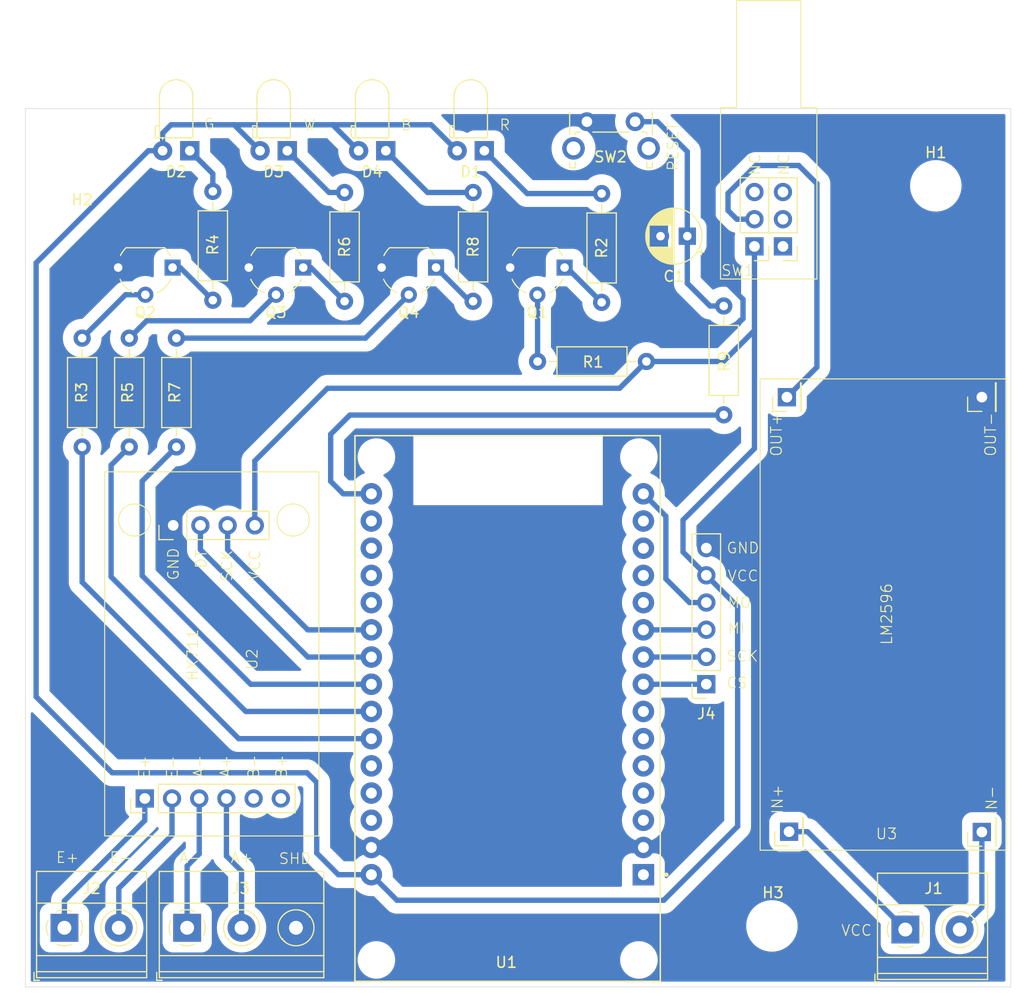
<source format=kicad_pcb>
(kicad_pcb (version 20240108) (generator "pcbnew") (generator_version "8.0")
  (layers (0 "F.Cu" signal) (31 "B.Cu" signal) (37 "F.SilkS" user "F.Silkscreen") (38 "B.Mask" user) (39 "F.Mask" user) (44 "Edge.Cuts" user))
  (net 0 "")
  (net 1 "GND")
  (net 2 "Net-(C1-Pad1)")
  (net 3 "VCC")
  (net 4 "Net-(D1-K)")
  (net 5 "Net-(D2-K)")
  (net 6 "Net-(D3-K)")
  (net 7 "Net-(D4-K)")
  (net 8 "Net-(J1-Pin_1)")
  (net 9 "Net-(J1-Pin_2)")
  (net 10 "Net-(J2-Pin_1)")
  (net 11 "Net-(J2-Pin_2)")
  (net 12 "Net-(J3-Pin_2)")
  (net 13 "Net-(J3-Pin_1)")
  (net 14 "SPI_SCK")
  (net 15 "SPI_CS")
  (net 16 "SPI_MISO")
  (net 17 "SPI_MOSI")
  (net 18 "Net-(Q1-C)")
  (net 19 "Net-(Q1-B)")
  (net 20 "Net-(Q2-B)")
  (net 21 "Net-(Q2-C)")
  (net 22 "Net-(Q3-C)")
  (net 23 "Net-(Q3-B)")
  (net 24 "Net-(Q4-C)")
  (net 25 "Net-(Q4-B)")
  (net 27 "LED_CONNECTED")
  (net 28 "LED_CALIBRATE")
  (net 29 "LED_READING")
  (net 30 "Net-(U1-EN)")
  (net 32 "CELL_DOUT")
  (net 33 "CELL_SCK")
  (net 51 "Net-(SW1A-B)")
  (footprint "Resistor_THT:R_Axial_DIN0207_L6.3mm_D2.5mm_P10.16mm_Horizontal" (layer "F.Cu") (at 139.8 56.32 -90)
    (property "Reference" "R6" (at 5.08 0 90) (layer "F.SilkS"))
    (property "Value" "330R")
    (pad "1" thru_hole circle (at 0 0 270) (size 1.6 1.6) (drill 0.8) (layers "*.Cu" "*.Mask") (net 6 "Net-(D3-K)"))
    (pad "2" thru_hole oval (at 10.16 0 270) (size 1.6 1.6) (drill 0.8) (layers "*.Cu" "*.Mask") (net 22 "Net-(Q3-C)"))
  )
  (footprint "MountingHole:MountingHole_4.3mm_M4" (layer "F.Cu") (at 179.7 124.8)
    (property "Reference" "H3" (at 0.1 -3.1 0) (layer "F.SilkS"))
    (property "Value" "MountingHole")
    (pad "" np_thru_hole circle (at 0 0) (size 4.3 4.3) (drill 4.3) (layers "*.Cu" "*.Mask"))
  )
  (footprint "Connector_PinSocket_2.54mm:PinSocket_1x06_P2.54mm_Vertical" (layer "F.Cu") (at 173.575 102.225 180)
    (property "Reference" "J4" (at 0 -2.77 180) (layer "F.SilkS"))
    (property "Value" "Conn_01x06_Pin")
    (pad "1" thru_hole rect (at 0 0 180) (size 1.7 1.7) (drill 1) (layers "*.Cu" "*.Mask") (net 15 "SPI_CS"))
    (pad "2" thru_hole oval (at 0 2.54 180) (size 1.7 1.7) (drill 1) (layers "*.Cu" "*.Mask") (net 14 "SPI_SCK"))
    (pad "3" thru_hole oval (at 0 5.08 180) (size 1.7 1.7) (drill 1) (layers "*.Cu" "*.Mask") (net 16 "SPI_MISO"))
    (pad "4" thru_hole oval (at 0 7.62 180) (size 1.7 1.7) (drill 1) (layers "*.Cu" "*.Mask") (net 17 "SPI_MOSI"))
    (pad "5" thru_hole oval (at 0 10.16 180) (size 1.7 1.7) (drill 1) (layers "*.Cu" "*.Mask") (net 3 "VCC"))
    (pad "6" thru_hole oval (at 0 12.7 180) (size 1.7 1.7) (drill 1) (layers "*.Cu" "*.Mask") (net 1 "GND"))
  )
  (footprint "LM2596_module:LM2596_module" (layer "F.Cu") (at 201.6 117.73 90)
    (property "Reference" "U3" (at 1.53 -11.2 0) (layer "F.SilkS") (effects (font (thickness 0.1))))
    (property "Value" "~")
    (fp_text user "OUT+" (at 36.7 -20.9 90) (layer "F.SilkS") (effects (font (thickness 0.1)) (justify left bottom)))
    (fp_text user "OUT-" (at 36.7 -0.9 90) (layer "F.SilkS") (effects (font (thickness 0.1)) (justify left bottom)))
    (fp_text user "IN+" (at 3.3 -20.8 90) (layer "F.SilkS") (effects (font (thickness 0.1)) (justify left bottom)))
    (fp_text user "IN-" (at 3.2 -0.8 90) (layer "F.SilkS") (effects (font (thickness 0.1)) (justify left bottom)))
    (fp_text user "LM2596" (at 19.1 -10.6 90) (layer "F.SilkS") (effects (font (thickness 0.1)) (justify left bottom)))
    (pad "1" thru_hole rect (at 1.73 -20.3 90) (size 1.7 1.7) (drill 1) (layers "*.Cu" "*.Mask") (net 8 "Net-(J1-Pin_1)"))
    (pad "2" thru_hole rect (at 1.7 -2.3 90) (size 1.7 1.7) (drill 1) (layers "*.Cu" "*.Mask") (net 9 "Net-(J1-Pin_2)"))
    (pad "3" thru_hole rect (at 42.3 -20.5 90) (size 1.7 1.7) (drill 1) (layers "*.Cu" "*.Mask") (net 51 "Net-(SW1A-B)"))
    (pad "4" thru_hole rect (at 42.3 -2.3 90) (size 1.7 1.7) (drill 1) (layers "*.Cu" "*.Mask") (net 1 "GND"))
  )
  (footprint "Package_TO_SOT_THT:TO-92_Wide" (layer "F.Cu") (at 160.34 63.33 180)
    (property "Reference" "Q1" (at 2.55 -4.19 180) (layer "F.SilkS"))
    (property "Value" "BC548")
    (pad "1" thru_hole rect (at 0 0 180) (size 1.5 1.5) (drill 0.8) (layers "*.Cu" "*.Mask") (net 18 "Net-(Q1-C)"))
    (pad "2" thru_hole circle (at 2.54 -2.54 180) (size 1.5 1.5) (drill 0.8) (layers "*.Cu" "*.Mask") (net 19 "Net-(Q1-B)"))
    (pad "3" thru_hole circle (at 5.08 0 180) (size 1.5 1.5) (drill 0.8) (layers "*.Cu" "*.Mask") (net 1 "GND"))
  )
  (footprint "Button_Switch_THT:SW_Tactile_SPST_Angled_PTS645Vx39-2LFS" (layer "F.Cu") (at 162.425 49.7125)
    (property "Reference" "SW2" (at 2.21 3.2875 0) (layer "F.SilkS"))
    (property "Value" "SW_Push")
    (pad "" thru_hole circle (at -1.25 2.49) (size 2.1 2.1) (drill 1.3) (layers "*.Cu" "*.Mask"))
    (pad "" thru_hole circle (at 5.76 2.49) (size 2.1 2.1) (drill 1.3) (layers "*.Cu" "*.Mask"))
    (pad "1" thru_hole circle (at 0 0) (size 1.75 1.75) (drill 0.99) (layers "*.Cu" "*.Mask") (net 1 "GND"))
    (pad "2" thru_hole circle (at 4.5 0) (size 1.75 1.75) (drill 0.99) (layers "*.Cu" "*.Mask") (net 2 "Net-(C1-Pad1)"))
  )
  (footprint "Resistor_THT:R_Axial_DIN0207_L6.3mm_D2.5mm_P10.16mm_Horizontal" (layer "F.Cu") (at 151.8 56.32 -90)
    (property "Reference" "R8" (at 5.08 0 90) (layer "F.SilkS"))
    (property "Value" "330R")
    (pad "1" thru_hole circle (at 0 0 270) (size 1.6 1.6) (drill 0.8) (layers "*.Cu" "*.Mask") (net 7 "Net-(D4-K)"))
    (pad "2" thru_hole oval (at 10.16 0 270) (size 1.6 1.6) (drill 0.8) (layers "*.Cu" "*.Mask") (net 24 "Net-(Q4-C)"))
  )
  (footprint "Package_TO_SOT_THT:TO-92_Wide" (layer "F.Cu") (at 148.34 63.33 180)
    (property "Reference" "Q4" (at 2.55 -4.19 180) (layer "F.SilkS"))
    (property "Value" "BC548")
    (pad "1" thru_hole rect (at 0 0 180) (size 1.5 1.5) (drill 0.8) (layers "*.Cu" "*.Mask") (net 24 "Net-(Q4-C)"))
    (pad "2" thru_hole circle (at 2.54 -2.54 180) (size 1.5 1.5) (drill 0.8) (layers "*.Cu" "*.Mask") (net 25 "Net-(Q4-B)"))
    (pad "3" thru_hole circle (at 5.08 0 180) (size 1.5 1.5) (drill 0.8) (layers "*.Cu" "*.Mask") (net 1 "GND"))
  )
  (footprint "MODULE_ESP32_DEVKIT_V1:MODULE_ESP32_DEVKIT_V1" (layer "F.Cu") (at 155 104.5 180)
    (property "Reference" "U1" (at 0.1 -23.7 180) (layer "F.SilkS"))
    (property "Value" "ESP32-DEVKIT-V1")
    (pad "" np_thru_hole circle (at -12.28 -23.475 180) (size 3 3) (drill 3) (layers "*.Cu" "*.Mask"))
    (pad "" np_thru_hole circle (at -12.28 23.475 180) (size 3 3) (drill 3) (layers "*.Cu" "*.Mask"))
    (pad "" np_thru_hole circle (at 12.23 -23.475 180) (size 3 3) (drill 3) (layers "*.Cu" "*.Mask"))
    (pad "" np_thru_hole circle (at 12.23 23.475 180) (size 3 3) (drill 3) (layers "*.Cu" "*.Mask"))
    (pad "1" thru_hole rect (at -12.7 -15.515 180) (size 2 2) (drill 1.02) (layers "*.Cu" "*.Mask"))
    (pad "2" thru_hole circle (at -12.7 -12.975 180) (size 2 2) (drill 1.02) (layers "*.Cu" "*.Mask") (net 1 "GND"))
    (pad "3" thru_hole circle (at -12.7 -10.435 180) (size 2 2) (drill 1.02) (layers "*.Cu" "*.Mask"))
    (pad "4" thru_hole circle (at -12.7 -7.895 180) (size 2 2) (drill 1.02) (layers "*.Cu" "*.Mask"))
    (pad "5" thru_hole circle (at -12.7 -5.355 180) (size 2 2) (drill 1.02) (layers "*.Cu" "*.Mask"))
    (pad "6" thru_hole circle (at -12.7 -2.815 180) (size 2 2) (drill 1.02) (layers "*.Cu" "*.Mask"))
    (pad "7" thru_hole circle (at -12.7 -0.275 180) (size 2 2) (drill 1.02) (layers "*.Cu" "*.Mask"))
    (pad "8" thru_hole circle (at -12.7 2.265 180) (size 2 2) (drill 1.02) (layers "*.Cu" "*.Mask") (net 15 "SPI_CS"))
    (pad "9" thru_hole circle (at -12.7 4.805 180) (size 2 2) (drill 1.02) (layers "*.Cu" "*.Mask") (net 14 "SPI_SCK"))
    (pad "10" thru_hole circle (at -12.7 7.345 180) (size 2 2) (drill 1.02) (layers "*.Cu" "*.Mask") (net 16 "SPI_MISO"))
    (pad "11" thru_hole circle (at -12.7 9.885 180) (size 2 2) (drill 1.02) (layers "*.Cu" "*.Mask"))
    (pad "12" thru_hole circle (at -12.7 12.425 180) (size 2 2) (drill 1.02) (layers "*.Cu" "*.Mask"))
    (pad "13" thru_hole circle (at -12.7 14.965 180) (size 2 2) (drill 1.02) (layers "*.Cu" "*.Mask"))
    (pad "14" thru_hole circle (at -12.7 17.505 180) (size 2 2) (drill 1.02) (layers "*.Cu" "*.Mask"))
    (pad "15" thru_hole circle (at -12.7 20.045 180) (size 2 2) (drill 1.02) (layers "*.Cu" "*.Mask") (net 17 "SPI_MOSI"))
    (pad "16" thru_hole circle (at 12.7 20.045 180) (size 2 2) (drill 1.02) (layers "*.Cu" "*.Mask") (net 30 "Net-(U1-EN)"))
    (pad "17" thru_hole circle (at 12.7 17.505 180) (size 2 2) (drill 1.02) (layers "*.Cu" "*.Mask"))
    (pad "18" thru_hole circle (at 12.7 14.965 180) (size 2 2) (drill 1.02) (layers "*.Cu" "*.Mask"))
    (pad "19" thru_hole circle (at 12.7 12.425 180) (size 2 2) (drill 1.02) (layers "*.Cu" "*.Mask"))
    (pad "20" thru_hole circle (at 12.7 9.885 180) (size 2 2) (drill 1.02) (layers "*.Cu" "*.Mask"))
    (pad "21" thru_hole circle (at 12.7 7.345 180) (size 2 2) (drill 1.02) (layers "*.Cu" "*.Mask") (net 33 "CELL_SCK"))
    (pad "22" thru_hole circle (at 12.7 4.805 180) (size 2 2) (drill 1.02) (layers "*.Cu" "*.Mask") (net 32 "CELL_DOUT"))
    (pad "23" thru_hole circle (at 12.7 2.265 180) (size 2 2) (drill 1.02) (layers "*.Cu" "*.Mask") (net 29 "LED_READING"))
    (pad "24" thru_hole circle (at 12.7 -0.275 180) (size 2 2) (drill 1.02) (layers "*.Cu" "*.Mask") (net 28 "LED_CALIBRATE"))
    (pad "25" thru_hole circle (at 12.7 -2.815 180) (size 2 2) (drill 1.02) (layers "*.Cu" "*.Mask") (net 27 "LED_CONNECTED"))
    (pad "26" thru_hole circle (at 12.7 -5.355 180) (size 2 2) (drill 1.02) (layers "*.Cu" "*.Mask"))
    (pad "27" thru_hole circle (at 12.7 -7.895 180) (size 2 2) (drill 1.02) (layers "*.Cu" "*.Mask"))
    (pad "28" thru_hole circle (at 12.7 -10.435 180) (size 2 2) (drill 1.02) (layers "*.Cu" "*.Mask"))
    (pad "29" thru_hole circle (at 12.7 -12.975 180) (size 2 2) (drill 1.02) (layers "*.Cu" "*.Mask") (net 1 "GND"))
    (pad "30" thru_hole circle (at 12.7 -15.515 180) (size 2 2) (drill 1.02) (layers "*.Cu" "*.Mask") (net 3 "VCC"))
    (zone (net 0) (net_name "") (layer "B.Cu") (connect_pads (clearance 0)) (min_thickness 0.01)
      (keepout (tracks not_allowed) (vias not_allowed) (pads not_allowed) (copperpour not_allowed) (footprints allowed))
      (fill (thermal_gap 0.508) (thermal_bridge_width 0.508))
      (polygon (pts (xy 163.91 85.515) (xy 146.22 85.515) (xy 146.22 79.025) (xy 163.91 79.025)))
    )
  )
  (footprint "Resistor_THT:R_Axial_DIN0207_L6.3mm_D2.5mm_P10.16mm_Horizontal" (layer "F.Cu") (at 115.3 80.08 90)
    (property "Reference" "R3" (at 5.08 -0.05 270) (layer "F.SilkS"))
    (property "Value" "10k")
    (pad "1" thru_hole circle (at 0 0 90) (size 1.6 1.6) (drill 0.8) (layers "*.Cu" "*.Mask") (net 27 "LED_CONNECTED"))
    (pad "2" thru_hole oval (at 10.16 0 90) (size 1.6 1.6) (drill 0.8) (layers "*.Cu" "*.Mask") (net 20 "Net-(Q2-B)"))
  )
  (footprint "TerminalBlock_Phoenix:TerminalBlock_Phoenix_MKDS-1,5-2-5.08_1x02_P5.08mm_Horizontal" (layer "F.Cu") (at 192.155 125.135)
    (property "Reference" "J1" (at 2.645 -3.835 0) (layer "F.SilkS"))
    (property "Value" "Screw_Terminal_01x02")
    (pad "1" thru_hole rect (at 0 0) (size 2.6 2.6) (drill 1.3) (layers "*.Cu" "*.Mask") (net 8 "Net-(J1-Pin_1)"))
    (pad "2" thru_hole circle (at 5.08 0) (size 2.6 2.6) (drill 1.3) (layers "*.Cu" "*.Mask") (net 9 "Net-(J1-Pin_2)"))
  )
  (footprint "Resistor_THT:R_Axial_DIN0207_L6.3mm_D2.5mm_P10.16mm_Horizontal" (layer "F.Cu") (at 119.7 80.08 90)
    (property "Reference" "R5" (at 5.08 -0.15 270) (layer "F.SilkS"))
    (property "Value" "10k")
    (pad "1" thru_hole circle (at 0 0 90) (size 1.6 1.6) (drill 0.8) (layers "*.Cu" "*.Mask") (net 28 "LED_CALIBRATE"))
    (pad "2" thru_hole oval (at 10.16 0 90) (size 1.6 1.6) (drill 0.8) (layers "*.Cu" "*.Mask") (net 23 "Net-(Q3-B)"))
  )
  (footprint "LED_THT:LED_D3.0mm_Horizontal_O1.27mm_Z2.0mm" (layer "F.Cu") (at 125.35 52.425 180)
    (property "Reference" "D2" (at 1.27 -1.96 180) (layer "F.SilkS"))
    (property "Value" "LED_GREEN")
    (pad "1" thru_hole rect (at 0 0 180) (size 1.8 1.8) (drill 0.9) (layers "*.Cu" "*.Mask") (net 5 "Net-(D2-K)"))
    (pad "2" thru_hole circle (at 2.54 0 180) (size 1.8 1.8) (drill 0.9) (layers "*.Cu" "*.Mask") (net 3 "VCC"))
  )
  (footprint "HX711_module:HX711_module" (layer "F.Cu") (at 137.4 116.4 90)
    (property "Reference" "U2" (at 16.5 -6.23 90) (layer "F.SilkS") (effects (font (thickness 0.1))))
    (property "Value" "~")
    (fp_text user "B-" (at 5.3 -5.5 90) (layer "F.SilkS") (effects (font (thickness 0.1)) (justify left bottom)))
    (fp_text user "VCC" (at 23.8 -5.4 90) (layer "F.SilkS") (effects (font (thickness 0.1)) (justify left bottom)))
    (fp_text user "GND" (at 23.8 -13 90) (layer "F.SilkS") (effects (font (thickness 0.1)) (justify left bottom)))
    (fp_text user "E-" (at 5.3 -13.1 90) (layer "F.SilkS") (effects (font (thickness 0.1)) (justify left bottom)))
    (fp_text user "A+" (at 5.4 -8.1 90) (layer "F.SilkS") (effects (font (thickness 0.1)) (justify left bottom)))
    (fp_text user "B+" (at 5.3 -2.9 90) (layer "F.SilkS") (effects (font (thickness 0.1)) (justify left bottom)))
    (fp_text user "SCK" (at 23.7 -8 90) (layer "F.SilkS") (effects (font (thickness 0.1)) (justify left bottom)))
    (fp_text user "A-" (at 5.4 -10.6 90) (layer "F.SilkS") (effects (font (thickness 0.1)) (justify left bottom)))
    (fp_text user "E+" (at 5.3 -15.7 90) (layer "F.SilkS") (effects (font (thickness 0.1)) (justify left bottom)))
    (fp_text user "DT" (at 24.9 -10.4 90) (layer "F.SilkS") (effects (font (thickness 0.1)) (justify left bottom)))
    (pad "1" thru_hole rect (at 3.5 -16.25 90) (size 1.7 1.7) (drill 1) (layers "*.Cu" "*.Mask") (net 10 "Net-(J2-Pin_1)"))
    (pad "2" thru_hole oval (at 3.5 -13.71 90) (size 1.7 1.7) (drill 1) (layers "*.Cu" "*.Mask") (net 11 "Net-(J2-Pin_2)"))
    (pad "3" thru_hole oval (at 3.5 -11.17 90) (size 1.7 1.7) (drill 1) (layers "*.Cu" "*.Mask") (net 13 "Net-(J3-Pin_1)"))
    (pad "4" thru_hole oval (at 3.5 -8.63 90) (size 1.7 1.7) (drill 1) (layers "*.Cu" "*.Mask") (net 12 "Net-(J3-Pin_2)"))
    (pad "5" thru_hole oval (at 3.5 -6.09 90) (size 1.7 1.7) (drill 1) (layers "*.Cu" "*.Mask"))
    (pad "6" thru_hole oval (at 3.5 -3.55 90) (size 1.7 1.7) (drill 1) (layers "*.Cu" "*.Mask"))
    (pad "7" thru_hole rect (at 29 -13.6 90) (size 1.7 1.7) (drill 1) (layers "*.Cu" "*.Mask") (net 1 "GND"))
    (pad "8" thru_hole oval (at 29 -11.06 90) (size 1.7 1.7) (drill 1) (layers "*.Cu" "*.Mask") (net 32 "CELL_DOUT"))
    (pad "9" thru_hole oval (at 29 -8.52 90) (size 1.7 1.7) (drill 1) (layers "*.Cu" "*.Mask") (net 33 "CELL_SCK"))
    (pad "10" thru_hole oval (at 29 -5.98 90) (size 1.7 1.7) (drill 1) (layers "*.Cu" "*.Mask") (net 3 "VCC"))
  )
  (footprint "Resistor_THT:R_Axial_DIN0207_L6.3mm_D2.5mm_P10.16mm_Horizontal" (layer "F.Cu") (at 175.2 66.92 -90)
    (property "Reference" "R9" (at 5.18 -0.05 90) (layer "F.SilkS"))
    (property "Value" "10k")
    (pad "1" thru_hole circle (at 0 0 270) (size 1.6 1.6) (drill 0.8) (layers "*.Cu" "*.Mask") (net 2 "Net-(C1-Pad1)"))
    (pad "2" thru_hole oval (at 10.16 0 270) (size 1.6 1.6) (drill 0.8) (layers "*.Cu" "*.Mask") (net 30 "Net-(U1-EN)"))
  )
  (footprint "Package_TO_SOT_THT:TO-92_Wide" (layer "F.Cu") (at 123.74 63.33 180)
    (property "Reference" "Q2" (at 2.55 -4.19 180) (layer "F.SilkS"))
    (property "Value" "BC548")
    (pad "1" thru_hole rect (at 0 0 180) (size 1.5 1.5) (drill 0.8) (layers "*.Cu" "*.Mask") (net 21 "Net-(Q2-C)"))
    (pad "2" thru_hole circle (at 2.54 -2.54 180) (size 1.5 1.5) (drill 0.8) (layers "*.Cu" "*.Mask") (net 20 "Net-(Q2-B)"))
    (pad "3" thru_hole circle (at 5.08 0 180) (size 1.5 1.5) (drill 0.8) (layers "*.Cu" "*.Mask") (net 1 "GND"))
  )
  (footprint "Capacitor_THT:CP_Radial_D5.0mm_P2.50mm" (layer "F.Cu") (at 171.8 60.4 180)
    (property "Reference" "C1" (at 1.25 -3.75 180) (layer "F.SilkS"))
    (property "Value" "10u")
    (pad "1" thru_hole rect (at 0 0 180) (size 1.6 1.6) (drill 0.8) (layers "*.Cu" "*.Mask") (net 2 "Net-(C1-Pad1)"))
    (pad "2" thru_hole circle (at 2.5 0 180) (size 1.6 1.6) (drill 0.8) (layers "*.Cu" "*.Mask") (net 1 "GND"))
  )
  (footprint "push_button_DPDT_6pin:push_button_DPDT_6pin" (layer "F.Cu") (at 183.9 64.4 90)
    (property "Reference" "SW1" (at 0.800002 -7.4 0) (layer "F.SilkS") (effects (font (thickness 0.1))))
    (property "Value" "SW_DPDT_x2")
    (fp_text user "NC" (at 9.6 -2.5 90) (layer "F.SilkS") (effects (font (thickness 0.1)) (justify left bottom)))
    (fp_text user "NC" (at 9.6 -5.2 90) (layer "F.SilkS") (effects (font (thickness 0.1)) (justify left bottom)))
    (pad "1" thru_hole rect (at 3.0425 -5.83 180) (size 1.7 1.7) (drill 1) (layers "*.Cu" "*.Mask") (net 3 "VCC"))
    (pad "2" thru_hole oval (at 5.5825 -5.83 180) (size 1.7 1.7) (drill 1) (layers "*.Cu" "*.Mask") (net 51 "Net-(SW1A-B)"))
    (pad "3" thru_hole oval (at 8.1225 -5.83 180) (size 1.7 1.7) (drill 1) (layers "*.Cu" "*.Mask"))
    (pad "4" thru_hole rect (at 3.0425 -3.17 180) (size 1.7 1.7) (drill 1) (layers "*.Cu" "*.Mask"))
    (pad "5" thru_hole oval (at 5.5825 -3.17 180) (size 1.7 1.7) (drill 1) (layers "*.Cu" "*.Mask"))
    (pad "6" thru_hole oval (at 8.1225 -3.17 180) (size 1.7 1.7) (drill 1) (layers "*.Cu" "*.Mask"))
  )
  (footprint "MountingHole:MountingHole_4.3mm_M4" (layer "F.Cu") (at 195 55.7)
    (property "Reference" "H1" (at 0 -3.1 0) (layer "F.SilkS"))
    (property "Value" "MountingHole")
    (pad "" np_thru_hole circle (at 0 0) (size 4.3 4.3) (drill 4.3) (layers "*.Cu" "*.Mask"))
  )
  (footprint "Resistor_THT:R_Axial_DIN0207_L6.3mm_D2.5mm_P10.16mm_Horizontal" (layer "F.Cu") (at 163.8 66.58 90)
    (property "Reference" "R2" (at 5.08 0 270) (layer "F.SilkS"))
    (property "Value" "220R")
    (pad "1" thru_hole circle (at 0 0 90) (size 1.6 1.6) (drill 0.8) (layers "*.Cu" "*.Mask") (net 18 "Net-(Q1-C)"))
    (pad "2" thru_hole oval (at 10.16 0 90) (size 1.6 1.6) (drill 0.8) (layers "*.Cu" "*.Mask") (net 4 "Net-(D1-K)"))
  )
  (footprint "LED_THT:LED_D3.0mm_Horizontal_O1.27mm_Z2.0mm" (layer "F.Cu") (at 143.65 52.425 180)
    (property "Reference" "D4" (at 1.27 -1.96 180) (layer "F.SilkS"))
    (property "Value" "LED_BLUE")
    (pad "1" thru_hole rect (at 0 0 180) (size 1.8 1.8) (drill 0.9) (layers "*.Cu" "*.Mask") (net 7 "Net-(D4-K)"))
    (pad "2" thru_hole circle (at 2.54 0 180) (size 1.8 1.8) (drill 0.9) (layers "*.Cu" "*.Mask") (net 3 "VCC"))
  )
  (footprint "Resistor_THT:R_Axial_DIN0207_L6.3mm_D2.5mm_P10.16mm_Horizontal" (layer "F.Cu") (at 124.1 80.08 90)
    (property "Reference" "R7" (at 5.08 -0.15 270) (layer "F.SilkS"))
    (property "Value" "10k")
    (pad "1" thru_hole circle (at 0 0 90) (size 1.6 1.6) (drill 0.8) (layers "*.Cu" "*.Mask") (net 29 "LED_READING"))
    (pad "2" thru_hole oval (at 10.16 0 90) (size 1.6 1.6) (drill 0.8) (layers "*.Cu" "*.Mask") (net 25 "Net-(Q4-B)"))
  )
  (footprint "Package_TO_SOT_THT:TO-92_Wide" (layer "F.Cu") (at 135.94 63.33 180)
    (property "Reference" "Q3" (at 2.55 -4.19 180) (layer "F.SilkS"))
    (property "Value" "BC548")
    (pad "1" thru_hole rect (at 0 0 180) (size 1.5 1.5) (drill 0.8) (layers "*.Cu" "*.Mask") (net 22 "Net-(Q3-C)"))
    (pad "2" thru_hole circle (at 2.54 -2.54 180) (size 1.5 1.5) (drill 0.8) (layers "*.Cu" "*.Mask") (net 23 "Net-(Q3-B)"))
    (pad "3" thru_hole circle (at 5.08 0 180) (size 1.5 1.5) (drill 0.8) (layers "*.Cu" "*.Mask") (net 1 "GND"))
  )
  (footprint "LED_THT:LED_D3.0mm_Horizontal_O1.27mm_Z2.0mm" (layer "F.Cu") (at 134.45 52.425 180)
    (property "Reference" "D3" (at 1.27 -1.96 180) (layer "F.SilkS"))
    (property "Value" "LED_WHITE")
    (pad "1" thru_hole rect (at 0 0 180) (size 1.8 1.8) (drill 0.9) (layers "*.Cu" "*.Mask") (net 6 "Net-(D3-K)"))
    (pad "2" thru_hole circle (at 2.54 0 180) (size 1.8 1.8) (drill 0.9) (layers "*.Cu" "*.Mask") (net 3 "VCC"))
  )
  (footprint "TerminalBlock_Phoenix:TerminalBlock_Phoenix_MKDS-1,5-3-5.08_1x03_P5.08mm_Horizontal" (layer "F.Cu") (at 125.1025 124.9725)
    (property "Reference" "J3" (at 4.9975 -3.6725 0) (layer "F.SilkS"))
    (property "Value" "Screw_Terminal_01x03")
    (pad "1" thru_hole rect (at 0 0) (size 2.6 2.6) (drill 1.3) (layers "*.Cu" "*.Mask") (net 13 "Net-(J3-Pin_1)"))
    (pad "2" thru_hole circle (at 5.08 0) (size 2.6 2.6) (drill 1.3) (layers "*.Cu" "*.Mask") (net 12 "Net-(J3-Pin_2)"))
    (pad "3" thru_hole circle (at 10.16 0) (size 2.6 2.6) (drill 1.3) (layers "*.Cu" "*.Mask") (net 1 "GND"))
  )
  (footprint "TerminalBlock_Phoenix:TerminalBlock_Phoenix_MKDS-1,5-2-5.08_1x02_P5.08mm_Horizontal" (layer "F.Cu") (at 113.6425 124.9725)
    (property "Reference" "J2" (at 2.54 -3.6725 0) (layer "F.SilkS"))
    (property "Value" "Screw_Terminal_01x02")
    (pad "1" thru_hole rect (at 0 0) (size 2.6 2.6) (drill 1.3) (layers "*.Cu" "*.Mask") (net 10 "Net-(J2-Pin_1)"))
    (pad "2" thru_hole circle (at 5.08 0) (size 2.6 2.6) (drill 1.3) (layers "*.Cu" "*.Mask") (net 11 "Net-(J2-Pin_2)"))
  )
  (footprint "LED_THT:LED_D3.0mm_Horizontal_O1.27mm_Z2.0mm" (layer "F.Cu") (at 152.85 52.425 180)
    (property "Reference" "D1" (at 1.27 -1.96 180) (layer "F.SilkS"))
    (property "Value" "LED_RED")
    (pad "1" thru_hole rect (at 0 0 180) (size 1.8 1.8) (drill 0.9) (layers "*.Cu" "*.Mask") (net 4 "Net-(D1-K)"))
    (pad "2" thru_hole circle (at 2.54 0 180) (size 1.8 1.8) (drill 0.9) (layers "*.Cu" "*.Mask") (net 3 "VCC"))
  )
  (footprint "Resistor_THT:R_Axial_DIN0207_L6.3mm_D2.5mm_P10.16mm_Horizontal" (layer "F.Cu") (at 127.5 56.22 -90)
    (property "Reference" "R4" (at 4.98 0 90) (layer "F.SilkS"))
    (property "Value" "470R")
    (pad "1" thru_hole circle (at 0 0 270) (size 1.6 1.6) (drill 0.8) (layers "*.Cu" "*.Mask") (net 5 "Net-(D2-K)"))
    (pad "2" thru_hole oval (at 10.16 0 270) (size 1.6 1.6) (drill 0.8) (layers "*.Cu" "*.Mask") (net 21 "Net-(Q2-C)"))
  )
  (footprint "MountingHole:MountingHole_4.3mm_M4" (layer "F.Cu") (at 115.3 53.7)
    (property "Reference" "H2" (at 0 3.3 0) (layer "F.SilkS"))
    (property "Value" "MountingHole")
    (pad "" np_thru_hole circle (at 0 0) (size 4.3 4.3) (drill 4.3) (layers "*.Cu" "*.Mask"))
  )
  (footprint "Resistor_THT:R_Axial_DIN0207_L6.3mm_D2.5mm_P10.16mm_Horizontal" (layer "F.Cu") (at 167.98 72.1 180)
    (property "Reference" "R1" (at 4.98 -0.05 180) (layer "F.SilkS"))
    (property "Value" "10k")
    (pad "1" thru_hole circle (at 0 0 180) (size 1.6 1.6) (drill 0.8) (layers "*.Cu" "*.Mask") (net 3 "VCC"))
    (pad "2" thru_hole oval (at 10.16 0 180) (size 1.6 1.6) (drill 0.8) (layers "*.Cu" "*.Mask") (net 19 "Net-(Q1-B)"))
  )
  (gr_line (start 110 130.5) (end 202 130.5) (stroke (width 0.05)) (layer "Edge.Cuts"))
  (gr_line (start 110 48.5) (end 110 130.5) (stroke (width 0.05)) (layer "Edge.Cuts"))
  (gr_line (start 197 48.5) (end 111 48.5) (stroke (width 0.05)) (layer "Edge.Cuts"))
  (gr_line (start 202 130.5) (end 202 48.5) (stroke (width 0.05)) (layer "Edge.Cuts"))
  (gr_line (start 111 48.5) (end 110 48.5) (stroke (width 0.05)) (layer "Edge.Cuts"))
  (gr_line (start 202 48.5) (end 197 48.5) (stroke (width 0.05)) (layer "Edge.Cuts"))
  (gr_text "VCC" (at 175.5 92.7 0) (layer "F.SilkS") (effects (font (size 1 1) (thickness 0.1)) (justify left bottom)))
  (gr_text "HX711" (at 126.2 102 90) (layer "F.SilkS") (effects (font (size 1 1) (thickness 0.1)) (justify left bottom)))
  (gr_text "VCC" (at 186.1 125.8 0) (layer "F.SilkS") (effects (font (size 1 1) (thickness 0.1)) (justify left bottom)))
  (gr_text "SHD" (at 133.6 119.1 0) (layer "F.SilkS") (effects (font (size 1 1) (thickness 0.1)) (justify left bottom)))
  (gr_text "E+" (at 112.8 119 0) (layer "F.SilkS") (effects (font (size 1 1) (thickness 0.1)) (justify left bottom)))
  (gr_text "E-" (at 117.8 119 0) (layer "F.SilkS") (effects (font (size 1 1) (thickness 0.1)) (justify left bottom)))
  (gr_text "GND" (at 175.4 90.1 0) (layer "F.SilkS") (effects (font (size 1 1) (thickness 0.1)) (justify left bottom)))
  (gr_text "CS" (at 175.4 102.7 0) (layer "F.SilkS") (effects (font (size 1 1) (thickness 0.1)) (justify left bottom)))
  (gr_text "G" (at 126.6 50.5 0) (layer "F.SilkS") (effects (font (size 1 1) (thickness 0.1)) (justify left bottom)))
  (gr_text "B" (at 145 50.6 0) (layer "F.SilkS") (effects (font (size 1 1) (thickness 0.1)) (justify left bottom)))
  (gr_text "A+" (at 129.1 119 0) (layer "F.SilkS") (effects (font (size 1 1) (thickness 0.1)) (justify left bottom)))
  (gr_text "A-" (at 124.3 119 0) (layer "F.SilkS") (effects (font (size 1 1) (thickness 0.1)) (justify left bottom)))
  (gr_text "W" (at 135.9 50.6 0) (layer "F.SilkS") (effects (font (size 1 1) (thickness 0.1)) (justify left bottom)))
  (gr_text "R" (at 154.2 50.6 0) (layer "F.SilkS") (effects (font (size 1 1) (thickness 0.1)) (justify left bottom)))
  (gr_text "RESET" (at 171.051405 54.372405 90) (layer "F.SilkS") (effects (font (size 1 1) (thickness 0.1)) (justify left bottom)))
  (gr_text "MI" (at 175.5 97.6 0) (layer "F.SilkS") (effects (font (size 1 1) (thickness 0.1)) (justify left bottom)))
  (gr_text "SCK" (at 175.4 100.2 0) (layer "F.SilkS") (effects (font (size 1 1) (thickness 0.1)) (justify left bottom)))
  (gr_text "MO" (at 175.5 95.2 0) (layer "F.SilkS") (effects (font (size 1 1) (thickness 0.1)) (justify left bottom)))
  (segment (start 184 50.7) (end 178.7 50.7) (width 0.5) (layer "B.Cu") (net 1))
  (segment (start 142.6275 124.9725) (end 142.655 125) (width 0.5) (layer "B.Cu") (net 1))
  (segment (start 121.59 60.4) (end 133.79 60.4) (width 0.5) (layer "B.Cu") (net 1))
  (segment (start 139.3 116.3) (end 139.3 110.9) (width 0.5) (layer "B.Cu") (net 1))
  (segment (start 178.6 117.1) (end 178.6 89.525) (width 0.5) (layer "B.Cu") (net 1))
  (segment (start 175.4 69.7) (end 172.3 69.7) (width 0.5) (layer "B.Cu") (net 1))
  (segment (start 177 66.3) (end 177 68.1) (width 0.5) (layer "B.Cu") (net 1))
  (segment (start 135.2625 124.9725) (end 142.6275 124.9725) (width 0.5) (layer "B.Cu") (net 1))
  (segment (start 125.3 75.7) (end 115.4 75.7) (width 0.5) (layer "B.Cu") (net 1))
  (segment (start 177 68.1) (end 175.4 69.7) (width 0.5) (layer "B.Cu") (net 1))
  (segment (start 172.3 69.7) (end 169.3 66.7) (width 0.5) (layer "B.Cu") (net 1))
  (segment (start 139.3 110.9) (end 137.2 108.8) (width 0.5) (layer "B.Cu") (net 1))
  (segment (start 142.655 125) (end 170.7 125) (width 0.5) (layer "B.Cu") (net 1))
  (segment (start 115.4 75.7) (end 112.9 73.2) (width 0.5) (layer "B.Cu") (net 1))
  (segment (start 169.3 66.7) (end 169.3 60.4) (width 0.5) (layer "B.Cu") (net 1))
  (segment (start 123.8 87.4) (end 123.8 85.7) (width 0.5) (layer "B.Cu") (net 1))
  (segment (start 127.4 82.1) (end 127.4 77.8) (width 0.5) (layer "B.Cu") (net 1))
  (segment (start 137.2 108.8) (end 127.1 108.8) (width 0.5) (layer "B.Cu") (net 1))
  (segment (start 127.1 108.8) (end 112.9 94.6) (width 0.5) (layer "B.Cu") (net 1))
  (segment (start 142.3 117.475) (end 167.7 117.475) (width 0.5) (layer "B.Cu") (net 1))
  (segment (start 142.3 117.475) (end 140.475 117.475) (width 0.5) (layer "B.Cu") (net 1))
  (segment (start 112.9 73.2) (end 112.9 68) (width 0.5) (layer "B.Cu") (net 1))
  (segment (start 112.9 94.6) (end 112.9 73.2) (width 0.5) (layer "B.Cu") (net 1))
  (segment (start 118.66 63.33) (end 121.59 60.4) (width 0.5) (layer "B.Cu") (net 1))
  (segment (start 140.475 117.475) (end 139.3 116.3) (width 0.5) (layer "B.Cu") (net 1))
  (segment (start 123.8 85.7) (end 127.4 82.1) (width 0.5) (layer "B.Cu") (net 1))
  (segment (start 199.3 66) (end 184 50.7) (width 0.5) (layer "B.Cu") (net 1))
  (segment (start 173.575 89.525) (end 178.6 89.525) (width 0.5) (layer "B.Cu") (net 1))
  (segment (start 185.205 89.525) (end 199.3 75.43) (width 0.5) (layer "B.Cu") (net 1))
  (segment (start 127.4 77.8) (end 125.3 75.7) (width 0.5) (layer "B.Cu") (net 1))
  (segment (start 158.19 60.4) (end 155.26 63.33) (width 0.5) (layer "B.Cu") (net 1))
  (segment (start 130.86 63.33) (end 133.79 60.4) (width 0.5) (layer "B.Cu") (net 1))
  (segment (start 174.2 63.5) (end 177 66.3) (width 0.5) (layer "B.Cu") (net 1))
  (segment (start 143.26 63.33) (end 146.19 60.4) (width 0.5) (layer "B.Cu") (net 1))
  (segment (start 162.425 49.7125) (end 169.3 56.5875) (width 0.5) (layer "B.Cu") (net 1))
  (segment (start 169.3 60.4) (end 158.19 60.4) (width 0.5) (layer "B.Cu") (net 1))
  (segment (start 199.3 75.43) (end 199.3 66) (width 0.5) (layer "B.Cu") (net 1))
  (segment (start 146.19 60.4) (end 158.19 60.4) (width 0.5) (layer "B.Cu") (net 1))
  (segment (start 169.3 56.5875) (end 169.3 60.4) (width 0.5) (layer "B.Cu") (net 1))
  (segment (start 133.79 60.4) (end 146.19 60.4) (width 0.5) (layer "B.Cu") (net 1))
  (segment (start 174.2 55.2) (end 174.2 63.5) (width 0.5) (layer "B.Cu") (net 1))
  (segment (start 117.57 63.33) (end 118.66 63.33) (width 0.5) (layer "B.Cu") (net 1))
  (segment (start 178.6 89.525) (end 185.205 89.525) (width 0.5) (layer "B.Cu") (net 1))
  (segment (start 178.7 50.7) (end 174.2 55.2) (width 0.5) (layer "B.Cu") (net 1))
  (segment (start 170.7 125) (end 178.6 117.1) (width 0.5) (layer "B.Cu") (net 1))
  (segment (start 112.9 68) (end 117.57 63.33) (width 0.5) (layer "B.Cu") (net 1))
  (segment (start 171.8 60.4) (end 171.8 52.5125) (width 0.5) (layer "B.Cu") (net 2))
  (segment (start 171.8 64.8) (end 171.8 60.4) (width 0.5) (layer "B.Cu") (net 2))
  (segment (start 173.92 66.92) (end 171.8 64.8) (width 0.5) (layer "B.Cu") (net 2))
  (segment (start 171.8 52.5125) (end 169 49.7125) (width 0.5) (layer "B.Cu") (net 2))
  (segment (start 175.2 66.92) (end 173.92 66.92) (width 0.5) (layer "B.Cu") (net 2))
  (segment (start 166.925 49.7125) (end 169 49.7125) (width 0.5) (layer "B.Cu") (net 2))
  (segment (start 165.48 74.6) (end 167.98 72.1) (width 0.5) (layer "B.Cu") (net 3))
  (segment (start 142.3 120.015) (end 144.685 122.4) (width 0.5) (layer "B.Cu") (net 3))
  (segment (start 137.2 111.4) (end 136.3 110.5) (width 0.5) (layer "B.Cu") (net 3))
  (segment (start 138.685 50) (end 147.885 50) (width 0.5) (layer "B.Cu") (net 3))
  (segment (start 122.81 50.79) (end 123.6 50) (width 0.5) (layer "B.Cu") (net 3))
  (segment (start 176.5 94.99) (end 173.575 92.065) (width 0.5) (layer "B.Cu") (net 3))
  (segment (start 139.215 120.015) (end 137.2 118) (width 0.5) (layer "B.Cu") (net 3))
  (segment (start 171.4 89.89) (end 171.4 86.9) (width 0.5) (layer "B.Cu") (net 3))
  (segment (start 111 62.9) (end 121.475 52.425) (width 0.5) (layer "B.Cu") (net 3))
  (segment (start 178.07 69.2) (end 178.07 61.3575) (width 0.5) (layer "B.Cu") (net 3))
  (segment (start 136.3 110.5) (end 118.1 110.5) (width 0.5) (layer "B.Cu") (net 3))
  (segment (start 123.6 50) (end 129.485 50) (width 0.5) (layer "B.Cu") (net 3))
  (segment (start 118.1 110.5) (end 111 103.4) (width 0.5) (layer "B.Cu") (net 3))
  (segment (start 131.42 87.4) (end 131.42 81.38) (width 0.5) (layer "B.Cu") (net 3))
  (segment (start 142.3 120.015) (end 139.215 120.015) (width 0.5) (layer "B.Cu") (net 3))
  (segment (start 131.42 81.38) (end 138.2 74.6) (width 0.5) (layer "B.Cu") (net 3))
  (segment (start 176.5 115.5) (end 176.5 94.99) (width 0.5) (layer "B.Cu") (net 3))
  (segment (start 171.4 86.9) (end 178.07 80.23) (width 0.5) (layer "B.Cu") (net 3))
  (segment (start 173.575 92.065) (end 171.4 89.89) (width 0.5) (layer "B.Cu") (net 3))
  (segment (start 129.485 50) (end 131.91 52.425) (width 0.5) (layer "B.Cu") (net 3))
  (segment (start 111 103.4) (end 111 62.9) (width 0.5) (layer "B.Cu") (net 3))
  (segment (start 178.07 80.23) (end 178.07 69.2) (width 0.5) (layer "B.Cu") (net 3))
  (segment (start 122.81 52.425) (end 122.81 50.79) (width 0.5) (layer "B.Cu") (net 3))
  (segment (start 121.475 52.425) (end 122.81 52.425) (width 0.5) (layer "B.Cu") (net 3))
  (segment (start 175.17 72.1) (end 178.07 69.2) (width 0.5) (layer "B.Cu") (net 3))
  (segment (start 169.6 122.4) (end 176.5 115.5) (width 0.5) (layer "B.Cu") (net 3))
  (segment (start 138.2 74.6) (end 165.48 74.6) (width 0.5) (layer "B.Cu") (net 3))
  (segment (start 167.98 72.1) (end 175.17 72.1) (width 0.5) (layer "B.Cu") (net 3))
  (segment (start 129.485 50) (end 138.685 50) (width 0.5) (layer "B.Cu") (net 3))
  (segment (start 137.2 118) (end 137.2 111.4) (width 0.5) (layer "B.Cu") (net 3))
  (segment (start 144.685 122.4) (end 169.6 122.4) (width 0.5) (layer "B.Cu") (net 3))
  (segment (start 138.685 50) (end 141.11 52.425) (width 0.5) (layer "B.Cu") (net 3))
  (segment (start 147.885 50) (end 150.31 52.425) (width 0.5) (layer "B.Cu") (net 3))
  (segment (start 156.845 56.42) (end 163.8 56.42) (width 0.5) (layer "B.Cu") (net 4))
  (segment (start 152.85 52.425) (end 156.845 56.42) (width 0.5) (layer "B.Cu") (net 4))
  (segment (start 127.5 54.575) (end 125.35 52.425) (width 0.5) (layer "B.Cu") (net 5))
  (segment (start 127.5 56.22) (end 127.5 54.575) (width 0.5) (layer "B.Cu") (net 5))
  (segment (start 139.8 56.32) (end 138.345 56.32) (width 0.5) (layer "B.Cu") (net 6))
  (segment (start 138.345 56.32) (end 134.45 52.425) (width 0.5) (layer "B.Cu") (net 6))
  (segment (start 147.545 56.32) (end 143.65 52.425) (width 0.5) (layer "B.Cu") (net 7))
  (segment (start 151.8 56.32) (end 147.545 56.32) (width 0.5) (layer "B.Cu") (net 7))
  (segment (start 192.155 125.135) (end 183.02 116) (width 0.5) (layer "B.Cu") (net 8))
  (segment (start 183.02 116) (end 181.3 116) (width 0.5) (layer "B.Cu") (net 8))
  (segment (start 199.3 123.07) (end 199.3 116.03) (width 0.5) (layer "B.Cu") (net 9))
  (segment (start 197.235 125.135) (end 199.3 123.07) (width 0.5) (layer "B.Cu") (net 9))
  (segment (start 113.6425 122.4575) (end 113.6425 124.9725) (width 0.5) (layer "B.Cu") (net 10))
  (segment (start 121.15 114.95) (end 113.6425 122.4575) (width 0.5) (layer "B.Cu") (net 10))
  (segment (start 121.15 112.9) (end 121.15 114.95) (width 0.5) (layer "B.Cu") (net 10))
  (segment (start 118.7225 121.2775) (end 123.69 116.31) (width 0.5) (layer "B.Cu") (net 11))
  (segment (start 123.69 116.31) (end 123.69 112.9) (width 0.5) (layer "B.Cu") (net 11))
  (segment (start 118.7225 124.9725) (end 118.7225 121.2775) (width 0.5) (layer "B.Cu") (net 11))
  (segment (start 128.77 112.9) (end 128.77 118.27) (width 0.5) (layer "B.Cu") (net 12))
  (segment (start 130.1825 119.6825) (end 130.1825 124.9725) (width 0.5) (layer "B.Cu") (net 12))
  (segment (start 128.77 118.27) (end 130.1825 119.6825) (width 0.5) (layer "B.Cu") (net 12))
  (segment (start 126.23 118.07) (end 126.23 112.9) (width 0.5) (layer "B.Cu") (net 13))
  (segment (start 125.1025 124.9725) (end 125.1 124.97) (width 0.5) (layer "B.Cu") (net 13))
  (segment (start 125.1 119.2) (end 126.23 118.07) (width 0.5) (layer "B.Cu") (net 13))
  (segment (start 125.1 124.97) (end 125.1 119.2) (width 0.5) (layer "B.Cu") (net 13))
  (segment (start 173.565 99.695) (end 173.575 99.685) (width 0.5) (layer "B.Cu") (net 14))
  (segment (start 167.7 99.695) (end 173.565 99.695) (width 0.5) (layer "B.Cu") (net 14))
  (segment (start 167.7 102.235) (end 173.565 102.235) (width 0.5) (layer "B.Cu") (net 15))
  (segment (start 173.565 102.235) (end 173.575 102.225) (width 0.5) (layer "B.Cu") (net 15))
  (segment (start 167.7 97.155) (end 173.565 97.155) (width 0.5) (layer "B.Cu") (net 16))
  (segment (start 173.565 97.155) (end 173.575 97.145) (width 0.5) (layer "B.Cu") (net 16))
  (segment (start 169.8 92.4) (end 169.8 86.555) (width 0.5) (layer "B.Cu") (net 17))
  (segment (start 172.005 94.605) (end 169.8 92.4) (width 0.5) (layer "B.Cu") (net 17))
  (segment (start 169.8 86.555) (end 167.7 84.455) (width 0.5) (layer "B.Cu") (net 17))
  (segment (start 173.575 94.605) (end 172.005 94.605) (width 0.5) (layer "B.Cu") (net 17))
  (segment (start 160.55 63.33) (end 163.8 66.58) (width 0.5) (layer "B.Cu") (net 18))
  (segment (start 160.34 63.33) (end 160.55 63.33) (width 0.5) (layer "B.Cu") (net 18))
  (segment (start 157.82 65.89) (end 157.8 65.87) (width 0.5) (layer "B.Cu") (net 19))
  (segment (start 157.82 72.1) (end 157.82 65.89) (width 0.5) (layer "B.Cu") (net 19))
  (segment (start 119.35 65.87) (end 121.2 65.87) (width 0.5) (layer "B.Cu") (net 20))
  (segment (start 115.3 69.92) (end 119.35 65.87) (width 0.5) (layer "B.Cu") (net 20))
  (segment (start 127.5 66.38) (end 124.45 63.33) (width 0.5) (layer "B.Cu") (net 21))
  (segment (start 124.45 63.33) (end 123.74 63.33) (width 0.5) (layer "B.Cu") (net 21))
  (segment (start 136.65 63.33) (end 135.94 63.33) (width 0.5) (layer "B.Cu") (net 22))
  (segment (start 139.8 66.48) (end 136.65 63.33) (width 0.5) (layer "B.Cu") (net 22))
  (segment (start 119.7 69.92) (end 121.32 68.3) (width 0.5) (layer "B.Cu") (net 23))
  (segment (start 121.32 68.3) (end 130.97 68.3) (width 0.5) (layer "B.Cu") (net 23))
  (segment (start 130.97 68.3) (end 133.4 65.87) (width 0.5) (layer "B.Cu") (net 23))
  (segment (start 151.49 66.48) (end 148.34 63.33) (width 0.5) (layer "B.Cu") (net 24))
  (segment (start 151.8 66.48) (end 151.49 66.48) (width 0.5) (layer "B.Cu") (net 24))
  (segment (start 141.75 69.92) (end 145.8 65.87) (width 0.5) (layer "B.Cu") (net 25))
  (segment (start 124.1 69.92) (end 141.75 69.92) (width 0.5) (layer "B.Cu") (net 25))
  (segment (start 129.915 107.315) (end 115.3 92.7) (width 0.5) (layer "B.Cu") (net 27))
  (segment (start 142.3 107.315) (end 129.915 107.315) (width 0.5) (layer "B.Cu") (net 27))
  (segment (start 115.3 92.7) (end 115.3 80.08) (width 0.5) (layer "B.Cu") (net 27))
  (segment (start 118 81.78) (end 119.7 80.08) (width 0.5) (layer "B.Cu") (net 28))
  (segment (start 130.575 104.775) (end 118 92.2) (width 0.5) (layer "B.Cu") (net 28))
  (segment (start 118 92.2) (end 118 81.78) (width 0.5) (layer "B.Cu") (net 28))
  (segment (start 142.3 104.775) (end 130.575 104.775) (width 0.5) (layer "B.Cu") (net 28))
  (segment (start 131.035 102.235) (end 120.9 92.1) (width 0.5) (layer "B.Cu") (net 29))
  (segment (start 120.9 92.1) (end 120.9 83.28) (width 0.5) (layer "B.Cu") (net 29))
  (segment (start 120.9 83.28) (end 124.1 80.08) (width 0.5) (layer "B.Cu") (net 29))
  (segment (start 142.3 102.235) (end 131.035 102.235) (width 0.5) (layer "B.Cu") (net 29))
  (segment (start 139.671714 84.455) (end 142.3 84.455) (width 0.5) (layer "B.Cu") (net 30))
  (segment (start 175.2 77.08) (end 175.18 77.1) (width 0.5) (layer "B.Cu") (net 30))
  (segment (start 138.5 83.283286) (end 139.671714 84.455) (width 0.5) (layer "B.Cu") (net 30))
  (segment (start 140.3 77.1) (end 138.5 78.9) (width 0.5) (layer "B.Cu") (net 30))
  (segment (start 175.18 77.1) (end 140.3 77.1) (width 0.5) (layer "B.Cu") (net 30))
  (segment (start 138.5 78.9) (end 138.5 83.283286) (width 0.5) (layer "B.Cu") (net 30))
  (segment (start 142.3 99.695) (end 136.365 99.695) (width 0.5) (layer "B.Cu") (net 32))
  (segment (start 126.34 87.4) (end 126.34 89.67) (width 0.5) (layer "B.Cu") (net 32))
  (segment (start 126.34 89.67) (end 136.365 99.695) (width 0.5) (layer "B.Cu") (net 32))
  (segment (start 128.88 89.67) (end 136.365 97.155) (width 0.5) (layer "B.Cu") (net 33))
  (segment (start 128.88 87.4) (end 128.88 89.67) (width 0.5) (layer "B.Cu") (net 33))
  (segment (start 142.3 97.155) (end 136.365 97.155) (width 0.5) (layer "B.Cu") (net 33))
  (segment (start 178.07 58.8175) (end 176.4175 58.8175) (width 0.5) (layer "B.Cu") (net 51))
  (segment (start 183.9 72.63) (end 181.1 75.43) (width 0.5) (layer "B.Cu") (net 51))
  (segment (start 183.9 55.5) (end 183.9 72.63) (width 0.5) (layer "B.Cu") (net 51))
  (segment (start 182.2 53.8) (end 183.9 55.5) (width 0.5) (layer "B.Cu") (net 51))
  (segment (start 175.6 58) (end 175.6 56.4) (width 0.5) (layer "B.Cu") (net 51))
  (segment (start 175.6 56.4) (end 178.2 53.8) (width 0.5) (layer "B.Cu") (net 51))
  (segment (start 178.2 53.8) (end 182.2 53.8) (width 0.5) (layer "B.Cu") (net 51))
  (segment (start 176.4175 58.8175) (end 175.6 58) (width 0.5) (layer "B.Cu") (net 51))
  (zone (net 1) (net_name "GND") (layer "B.Cu") (name "GND") (connect_pads yes (clearance 1)) (min_thickness 0.25) (fill yes (thermal_gap 0.5) (thermal_bridge_width 0.5) (smoothing chamfer) (radius 1))
    (polygon (pts (xy 110 48.5) (xy 202 48.5) (xy 202 130.5) (xy 110 130.5)))
  )
)
</source>
